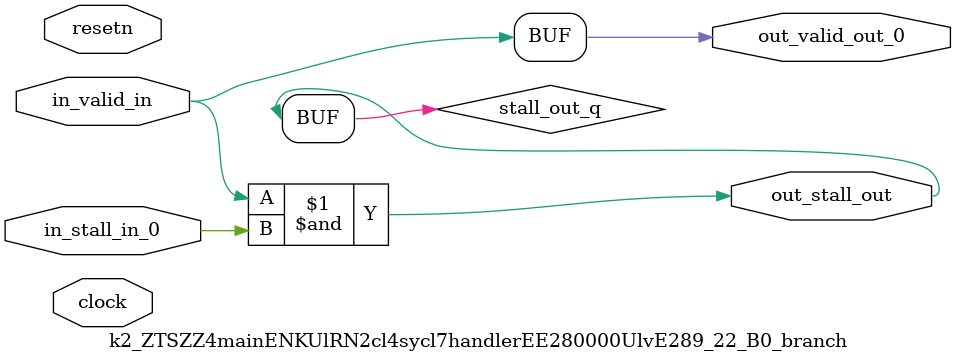
<source format=sv>



(* altera_attribute = "-name AUTO_SHIFT_REGISTER_RECOGNITION OFF; -name MESSAGE_DISABLE 10036; -name MESSAGE_DISABLE 10037; -name MESSAGE_DISABLE 14130; -name MESSAGE_DISABLE 14320; -name MESSAGE_DISABLE 15400; -name MESSAGE_DISABLE 14130; -name MESSAGE_DISABLE 10036; -name MESSAGE_DISABLE 12020; -name MESSAGE_DISABLE 12030; -name MESSAGE_DISABLE 12010; -name MESSAGE_DISABLE 12110; -name MESSAGE_DISABLE 14320; -name MESSAGE_DISABLE 13410; -name MESSAGE_DISABLE 113007; -name MESSAGE_DISABLE 10958" *)
module k2_ZTSZZ4mainENKUlRN2cl4sycl7handlerEE280000UlvE289_22_B0_branch (
    input wire [0:0] in_stall_in_0,
    input wire [0:0] in_valid_in,
    output wire [0:0] out_stall_out,
    output wire [0:0] out_valid_out_0,
    input wire clock,
    input wire resetn
    );

    wire [0:0] stall_out_q;


    // stall_out(LOGICAL,6)
    assign stall_out_q = in_valid_in & in_stall_in_0;

    // out_stall_out(GPOUT,4)
    assign out_stall_out = stall_out_q;

    // out_valid_out_0(GPOUT,5)
    assign out_valid_out_0 = in_valid_in;

endmodule

</source>
